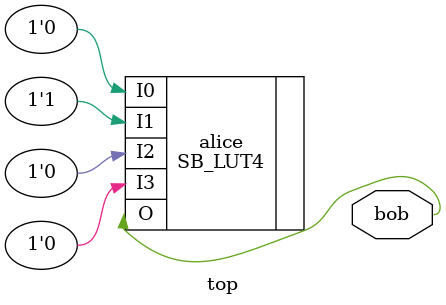
<source format=v>
module top(output bob);
	(* syn_noprune *)
	SB_LUT4 #(
		.LUT_INIT(16'b0000_0000_0000_0000)
	) alice (
		.I0(1'b0),
		.I1(1'b1),
		.I2(1'b0),
		.I3(1'b0),
		.O(bob)
	);
endmodule

</source>
